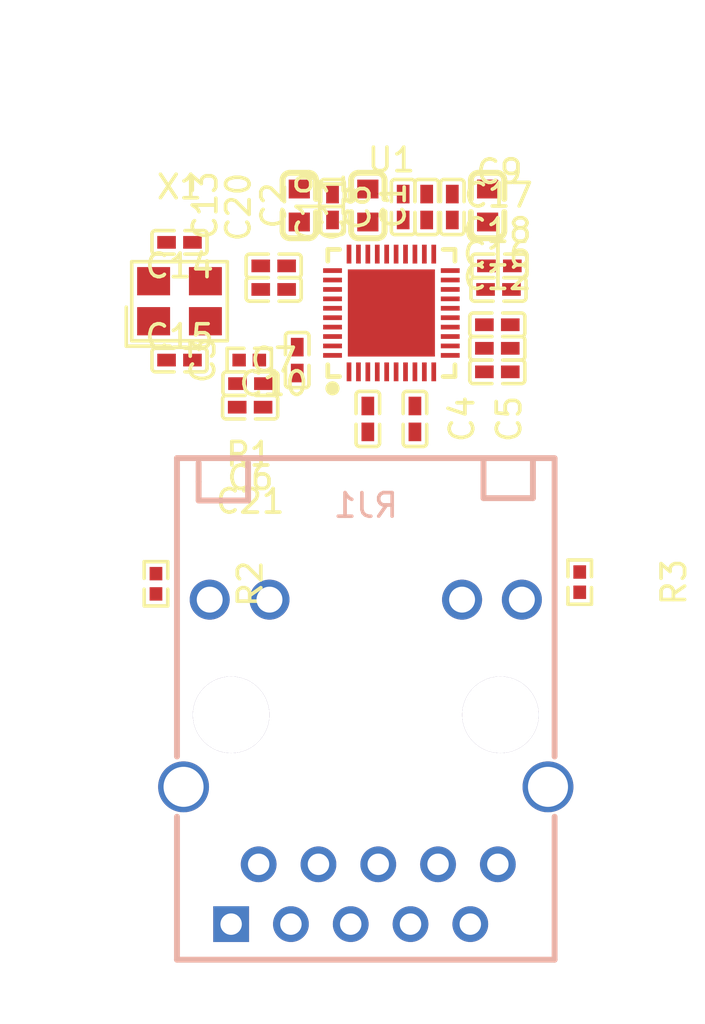
<source format=kicad_pcb>
(kicad_pcb (version 20241229) (generator "pcbnew") (generator_version "9.0")
  (layers (0 "F.Cu" signal) (2 "B.Cu" signal) (13 "F.Paste" user) (15 "B.Paste" user) (5 "F.SilkS" user "F.Silkscreen") (7 "B.SilkS" user "B.Silkscreen") (1 "F.Mask" user) (3 "B.Mask" user) (25 "Edge.Cuts" user))
  (net 0 "")
  (net 1 "SDA")
  (net 2 "U3SSTXN_N")
  (net 3 "P9")
  (net 4 "P8")
  (net 5 "U3SSRXN_N")
  (net 6 "footprint-net-0")
  (net 7 "footprint-net-2")
  (net 8 "U3SSRXP_P")
  (net 9 "footprint-net-1")
  (net 10 "SCL")
  (net 11 "EEDO_LED2_SPISDO_LANWAKEB_GPIO")
  (net 12 "MDI0pos")
  (net 13 "MDI1neg")
  (net 14 "MDI2neg")
  (net 15 "USB_D_P")
  (net 16 "USB_D_N")
  (net 17 "RSET")
  (net 18 "MDI2pos")
  (net 19 "MDI1pos")
  (net 20 "REGOUT")
  (net 21 "U3SSTXP_P")
  (net 22 "MDI0neg")
  (net 23 "MDI3pos")
  (net 24 "MDI3neg")
  (net 25 "power_5v-VCC")
  (net 26 "U2VDD10")
  (net 27 "AVDD10")
  (net 28 "GND")
  (net 29 "DVDD10")
  (net 30 "DVDD10_UPS")
  (net 31 "U3VDD10")
  (net 32 "power_3v3-VCC")
  (net 33 "CKXTAL1")
  (net 34 "CKXTAL2")
  (net 35 "EESK_LED1_SPISCK")
  (net 36 "pin14")
  (net 37 "pin12")
  (net 38 "LED0_SPICSB")
  (footprint "Samsung_Electro_Mechanics_CL05B104KO5NNNC:C0402" (layer "F.Cu") (at 108 109 90)
    (property "Reference" "C19" (at 0 -4 90) (layer "F.SilkS"))
    (property "Value" "100nF ±10% 16V X7R")
    (fp_line (start 1.02 -0.5) (end 0.23 -0.5) (stroke (width 0.15)) (layer "F.SilkS"))
    (fp_line (start -1.02 -0.5) (end -0.23 -0.5) (stroke (width 0.15)) (layer "F.SilkS"))
    (fp_line (start 1.17 0.35) (end 1.17 -0.35) (stroke (width 0.15)) (layer "F.SilkS"))
    (fp_line (start -1.17 0.35) (end -1.17 -0.35) (stroke (width 0.15)) (layer "F.SilkS"))
    (fp_line (start 0.23 0.5) (end 1.02 0.5) (stroke (width 0.15)) (layer "F.SilkS"))
    (fp_line (start -0.23 0.5) (end -1.02 0.5) (stroke (width 0.15)) (layer "F.SilkS"))
    (fp_arc (start 1.02 -0.5) (mid 1.126066 -0.456066) (end 1.17 -0.35) (stroke (width 0.15)) (layer "F.SilkS"))
    (fp_arc (start -1.17 -0.35) (mid -1.126066 -0.456066) (end -1.02 -0.5) (stroke (width 0.15)) (layer "F.SilkS"))
    (fp_arc (start 1.17 0.35) (mid 1.126066 0.456066) (end 1.02 0.5) (stroke (width 0.15)) (layer "F.SilkS"))
    (fp_arc (start -1.02 0.5) (mid -1.126066 0.456066) (end -1.17 0.35) (stroke (width 0.15)) (layer "F.SilkS"))
    (fp_text user "${REFERENCE}" (at 0 -4 90) (layer "F.SilkS"))
    (pad "1" smd rect (at -0.55 0 90) (size 0.79 0.54) (layers "F.Cu" "F.Mask" "F.Paste") (net 25 "power_5v-VCC"))
    (pad "2" smd rect (at 0.55 0 90) (size 0.79 0.54) (layers "F.Cu" "F.Mask" "F.Paste") (net 28 "GND"))
  )
  (footprint "Samsung_Electro_Mechanics_CL10B105KQ8NNNC:C0603" (layer "F.Cu") (at 103.587585 108.936107 90)
    (property "Reference" "C13" (at 0 -4 90) (layer "F.SilkS"))
    (property "Value" "1µF ±10% 6.3V X7R")
    (fp_line (start 0.28 -0.71) (end 1.08 -0.71) (stroke (width 0.25)) (layer "F.SilkS"))
    (fp_line (start -0.28 -0.71) (end -1.08 -0.71) (stroke (width 0.25)) (layer "F.SilkS"))
    (fp_line (start 1.39 -0.4) (end 1.39 0.4) (stroke (width 0.25)) (layer "F.SilkS"))
    (fp_line (start -1.39 0.4) (end -1.39 -0.4) (stroke (width 0.25)) (layer "F.SilkS"))
    (fp_line (start 0.28 0.71) (end 1.08 0.71) (stroke (width 0.25)) (layer "F.SilkS"))
    (fp_line (start -0.28 0.71) (end -1.08 0.71) (stroke (width 0.25)) (layer "F.SilkS"))
    (fp_arc (start 1.08 -0.71) (mid 1.299203 -0.619203) (end 1.39 -0.4) (stroke (width 0.25)) (layer "F.SilkS"))
    (fp_arc (start -1.39 -0.4) (mid -1.299203 -0.619203) (end -1.08 -0.71) (stroke (width 0.25)) (layer "F.SilkS"))
    (fp_arc (start 1.39 0.4) (mid 1.299203 0.619203) (end 1.08 0.71) (stroke (width 0.25)) (layer "F.SilkS"))
    (fp_arc (start -1.08 0.71) (mid -1.299203 0.619203) (end -1.39 0.4) (stroke (width 0.25)) (layer "F.SilkS"))
    (fp_text user "${REFERENCE}" (at 0 -4 90) (layer "F.SilkS"))
    (pad "1" smd rect (at -0.7 0 90) (size 0.8 0.9) (layers "F.Cu" "F.Mask" "F.Paste") (net 20 "REGOUT"))
    (pad "2" smd rect (at 0.7 0 90) (size 0.8 0.9) (layers "F.Cu" "F.Mask" "F.Paste") (net 28 "GND"))
  )
  (footprint "YAGEO_CC0402KRX7R5BB104:C0402" (layer "F.Cu") (at 108.5 118 -90)
    (property "Reference" "C5" (at 0 -4 90) (layer "F.SilkS"))
    (property "Value" "100nF ±10% 6.3V X7R")
    (fp_line (start -0.23 0.5) (end -1.02 0.5) (stroke (width 0.15)) (layer "F.SilkS"))
    (fp_line (start 0.23 0.5) (end 1.02 0.5) (stroke (width 0.15)) (layer "F.SilkS"))
    (fp_line (start -1.17 0.35) (end -1.17 -0.35) (stroke (width 0.15)) (layer "F.SilkS"))
    (fp_line (start 1.17 0.35) (end 1.17 -0.35) (stroke (width 0.15)) (layer "F.SilkS"))
    (fp_line (start -1.02 -0.5) (end -0.23 -0.5) (stroke (width 0.15)) (layer "F.SilkS"))
    (fp_line (start 1.02 -0.5) (end 0.23 -0.5) (stroke (width 0.15)) (layer "F.SilkS"))
    (fp_arc (start -1.02 0.5) (mid -1.126066 0.456066) (end -1.17 0.35) (stroke (width 0.15)) (layer "F.SilkS"))
    (fp_arc (start 1.17 0.35) (mid 1.126066 0.456066) (end 1.02 0.5) (stroke (width 0.15)) (layer "F.SilkS"))
    (fp_arc (start -1.17 -0.35) (mid -1.126066 -0.456066) (end -1.02 -0.5) (stroke (width 0.15)) (layer "F.SilkS"))
    (fp_arc (start 1.02 -0.5) (mid 1.126066 -0.456066) (end 1.17 -0.35) (stroke (width 0.15)) (layer "F.SilkS"))
    (fp_text user "${REFERENCE}" (at 0 -4 90) (layer "F.SilkS"))
    (pad "1" smd rect (at -0.55 0 270) (size 0.79 0.54) (layers "F.Cu" "F.Mask" "F.Paste") (net 27 "AVDD10"))
    (pad "2" smd rect (at 0.55 0 270) (size 0.79 0.54) (layers "F.Cu" "F.Mask" "F.Paste") (net 28 "GND"))
  )
  (footprint "YAGEO_RC0402FR_07330RL:R0402" (layer "F.Cu") (at 115.5 124.93 -90)
    (property "Reference" "R3" (at 0 -4 90) (layer "F.SilkS"))
    (property "Value" "330Ω ±1% 62.5mW")
    (fp_line (start -0.94 0.5) (end -0.94 -0.5) (stroke (width 0.15)) (layer "F.SilkS"))
    (fp_line (start -0.23 0.5) (end -0.94 0.5) (stroke (width 0.15)) (layer "F.SilkS"))
    (fp_line (start 0.23 0.5) (end 0.94 0.5) (stroke (width 0.15)) (layer "F.SilkS"))
    (fp_line (start 0.94 0.5) (end 0.94 -0.5) (stroke (width 0.15)) (layer "F.SilkS"))
    (fp_line (start -0.94 -0.5) (end -0.23 -0.5) (stroke (width 0.15)) (layer "F.SilkS"))
    (fp_line (start 0.94 -0.5) (end 0.23 -0.5) (stroke (width 0.15)) (layer "F.SilkS"))
    (fp_text user "${REFERENCE}" (at 0 -4 90) (layer "F.SilkS"))
    (pad "1" smd rect (at -0.43 0 270) (size 0.57 0.54) (layers "F.Cu" "F.Mask" "F.Paste") (net 35 "EESK_LED1_SPISCK"))
    (pad "2" smd rect (at 0.43 0 270) (size 0.57 0.54) (layers "F.Cu" "F.Mask" "F.Paste") (net 36 "pin14"))
  )
  (footprint "Samsung_Electro_Mechanics_CL05B104KO5NNNC:C0402" (layer "F.Cu") (at 101.512761 116.5 180)
    (property "Reference" "C6" (at 0 -4 0) (layer "F.SilkS"))
    (property "Value" "100nF ±10% 16V X7R")
    (fp_line (start 1.17 0.35) (end 1.17 -0.35) (stroke (width 0.15)) (layer "F.SilkS"))
    (fp_line (start 1.02 -0.5) (end 0.23 -0.5) (stroke (width 0.15)) (layer "F.SilkS"))
    (fp_line (start 0.23 0.5) (end 1.02 0.5) (stroke (width 0.15)) (layer "F.SilkS"))
    (fp_line (start -0.23 0.5) (end -1.02 0.5) (stroke (width 0.15)) (layer "F.SilkS"))
    (fp_line (start -1.02 -0.5) (end -0.23 -0.5) (stroke (width 0.15)) (layer "F.SilkS"))
    (fp_line (start -1.17 0.35) (end -1.17 -0.35) (stroke (width 0.15)) (layer "F.SilkS"))
    (fp_arc (start 1.17 0.35) (mid 1.126066 0.456066) (end 1.02 0.5) (stroke (width 0.15)) (layer "F.SilkS"))
    (fp_arc (start 1.02 -0.5) (mid 1.126066 -0.456066) (end 1.17 -0.35) (stroke (width 0.15)) (layer "F.SilkS"))
    (fp_arc (start -1.02 0.5) (mid -1.126066 0.456066) (end -1.17 0.35) (stroke (width 0.15)) (layer "F.SilkS"))
    (fp_arc (start -1.17 -0.35) (mid -1.126066 -0.456066) (end -1.02 -0.5) (stroke (width 0.15)) (layer "F.SilkS"))
    (fp_text user "${REFERENCE}" (at 0 -4 0) (layer "F.SilkS"))
    (pad "1" smd rect (at -0.55 0 180) (size 0.79 0.54) (layers "F.Cu" "F.Mask" "F.Paste") (net 32 "power_3v3-VCC"))
    (pad "2" smd rect (at 0.55 0 180) (size 0.79 0.54) (layers "F.Cu" "F.Mask" "F.Paste") (net 28 "GND"))
  )
  (footprint "Samsung_Electro_Mechanics_CL05B104KO5NNNC:C0402" (layer "F.Cu") (at 112.087585 111.5)
    (property "Reference" "C9" (at 0 -4 0) (layer "F.SilkS"))
    (property "Value" "100nF ±10% 16V X7R")
    (fp_line (start -1.17 0.35) (end -1.17 -0.35) (stroke (width 0.15)) (layer "F.SilkS"))
    (fp_line (start -1.02 -0.5) (end -0.23 -0.5) (stroke (width 0.15)) (layer "F.SilkS"))
    (fp_line (start -0.23 0.5) (end -1.02 0.5) (stroke (width 0.15)) (layer "F.SilkS"))
    (fp_line (start 0.23 0.5) (end 1.02 0.5) (stroke (width 0.15)) (layer "F.SilkS"))
    (fp_line (start 1.02 -0.5) (end 0.23 -0.5) (stroke (width 0.15)) (layer "F.SilkS"))
    (fp_line (start 1.17 0.35) (end 1.17 -0.35) (stroke (width 0.15)) (layer "F.SilkS"))
    (fp_arc (start -1.17 -0.35) (mid -1.126066 -0.456066) (end -1.02 -0.5) (stroke (width 0.15)) (layer "F.SilkS"))
    (fp_arc (start -1.02 0.5) (mid -1.126066 0.456066) (end -1.17 0.35) (stroke (width 0.15)) (layer "F.SilkS"))
    (fp_arc (start 1.02 -0.5) (mid 1.126066 -0.456066) (end 1.17 -0.35) (stroke (width 0.15)) (layer "F.SilkS"))
    (fp_arc (start 1.17 0.35) (mid 1.126066 0.456066) (end 1.02 0.5) (stroke (width 0.15)) (layer "F.SilkS"))
    (fp_text user "${REFERENCE}" (at 0 -4 0) (layer "F.SilkS"))
    (pad "1" smd rect (at -0.55 0) (size 0.79 0.54) (layers "F.Cu" "F.Mask" "F.Paste") (net 32 "power_3v3-VCC"))
    (pad "2" smd rect (at 0.55 0) (size 0.79 0.54) (layers "F.Cu" "F.Mask" "F.Paste") (net 28 "GND"))
  )
  (footprint "Samsung_Electro_Mechanics_CL05B104KO5NNNC:C0402" (layer "F.Cu") (at 112 115)
    (property "Reference" "C16" (at 0 -4 0) (layer "F.SilkS"))
    (property "Value" "100nF ±10% 16V X7R")
    (fp_line (start -1.17 0.35) (end -1.17 -0.35) (stroke (width 0.15)) (layer "F.SilkS"))
    (fp_line (start -1.02 -0.5) (end -0.23 -0.5) (stroke (width 0.15)) (layer "F.SilkS"))
    (fp_line (start -0.23 0.5) (end -1.02 0.5) (stroke (width 0.15)) (layer "F.SilkS"))
    (fp_line (start 0.23 0.5) (end 1.02 0.5) (stroke (width 0.15)) (layer "F.SilkS"))
    (fp_line (start 1.02 -0.5) (end 0.23 -0.5) (stroke (width 0.15)) (layer "F.SilkS"))
    (fp_line (start 1.17 0.35) (end 1.17 -0.35) (stroke (width 0.15)) (layer "F.SilkS"))
    (fp_arc (start -1.17 -0.35) (mid -1.126066 -0.456066) (end -1.02 -0.5) (stroke (width 0.15)) (layer "F.SilkS"))
    (fp_arc (start -1.02 0.5) (mid -1.126066 0.456066) (end -1.17 0.35) (stroke (width 0.15)) (layer "F.SilkS"))
    (fp_arc (start 1.02 -0.5) (mid 1.126066 -0.456066) (end 1.17 -0.35) (stroke (width 0.15)) (layer "F.SilkS"))
    (fp_arc (start 1.17 0.35) (mid 1.126066 0.456066) (end 1.02 0.5) (stroke (width 0.15)) (layer "F.SilkS"))
    (fp_text user "${REFERENCE}" (at 0 -4 0) (layer "F.SilkS"))
    (pad "1" smd rect (at -0.55 0) (size 0.79 0.54) (layers "F.Cu" "F.Mask" "F.Paste") (net 32 "power_3v3-VCC"))
    (pad "2" smd rect (at 0.55 0) (size 0.79 0.54) (layers "F.Cu" "F.Mask" "F.Paste") (net 28 "GND"))
  )
  (footprint "YAGEO_CC0402KRX7R5BB104:C0402" (layer "F.Cu") (at 102.5 112.5 180)
    (property "Reference" "C10" (at 0 -4 0) (layer "F.SilkS"))
    (property "Value" "100nF ±10% 6.3V X7R")
    (fp_line (start 1.17 0.35) (end 1.17 -0.35) (stroke (width 0.15)) (layer "F.SilkS"))
    (fp_line (start 1.02 -0.5) (end 0.23 -0.5) (stroke (width 0.15)) (layer "F.SilkS"))
    (fp_line (start 0.23 0.5) (end 1.02 0.5) (stroke (width 0.15)) (layer "F.SilkS"))
    (fp_line (start -0.23 0.5) (end -1.02 0.5) (stroke (width 0.15)) (layer "F.SilkS"))
    (fp_line (start -1.02 -0.5) (end -0.23 -0.5) (stroke (width 0.15)) (layer "F.SilkS"))
    (fp_line (start -1.17 0.35) (end -1.17 -0.35) (stroke (width 0.15)) (layer "F.SilkS"))
    (fp_arc (start 1.17 0.35) (mid 1.126066 0.456066) (end 1.02 0.5) (stroke (width 0.15)) (layer "F.SilkS"))
    (fp_arc (start 1.02 -0.5) (mid 1.126066 -0.456066) (end 1.17 -0.35) (stroke (width 0.15)) (layer "F.SilkS"))
    (fp_arc (start -1.02 0.5) (mid -1.126066 0.456066) (end -1.17 0.35) (stroke (width 0.15)) (layer "F.SilkS"))
    (fp_arc (start -1.17 -0.35) (mid -1.126066 -0.456066) (end -1.02 -0.5) (stroke (width 0.15)) (layer "F.SilkS"))
    (fp_text user "${REFERENCE}" (at 0 -4 0) (layer "F.SilkS"))
    (pad "1" smd rect (at -0.55 0 180) (size 0.79 0.54) (layers "F.Cu" "F.Mask" "F.Paste") (net 29 "DVDD10"))
    (pad "2" smd rect (at 0.55 0 180) (size 0.79 0.54) (layers "F.Cu" "F.Mask" "F.Paste") (net 28 "GND"))
  )
  (footprint "YAGEO_CC0402KRX7R5BB104:C0402" (layer "F.Cu") (at 112 114)
    (property "Reference" "C18" (at 0 -4 0) (layer "F.SilkS"))
    (property "Value" "100nF ±10% 6.3V X7R")
    (fp_line (start -1.17 0.35) (end -1.17 -0.35) (stroke (width 0.15)) (layer "F.SilkS"))
    (fp_line (start -1.02 -0.5) (end -0.23 -0.5) (stroke (width 0.15)) (layer "F.SilkS"))
    (fp_line (start -0.23 0.5) (end -1.02 0.5) (stroke (width 0.15)) (layer "F.SilkS"))
    (fp_line (start 0.23 0.5) (end 1.02 0.5) (stroke (width 0.15)) (layer "F.SilkS"))
    (fp_line (start 1.02 -0.5) (end 0.23 -0.5) (stroke (width 0.15)) (layer "F.SilkS"))
    (fp_line (start 1.17 0.35) (end 1.17 -0.35) (stroke (width 0.15)) (layer "F.SilkS"))
    (fp_arc (start -1.17 -0.35) (mid -1.126066 -0.456066) (end -1.02 -0.5) (stroke (width 0.15)) (layer "F.SilkS"))
    (fp_arc (start -1.02 0.5) (mid -1.126066 0.456066) (end -1.17 0.35) (stroke (width 0.15)) (layer "F.SilkS"))
    (fp_arc (start 1.02 -0.5) (mid 1.126066 -0.456066) (end 1.17 -0.35) (stroke (width 0.15)) (layer "F.SilkS"))
    (fp_arc (start 1.17 0.35) (mid 1.126066 0.456066) (end 1.02 0.5) (stroke (width 0.15)) (layer "F.SilkS"))
    (fp_text user "${REFERENCE}" (at 0 -4 0) (layer "F.SilkS"))
    (pad "1" smd rect (at -0.55 0) (size 0.79 0.54) (layers "F.Cu" "F.Mask" "F.Paste") (net 31 "U3VDD10"))
    (pad "2" smd rect (at 0.55 0) (size 0.79 0.54) (layers "F.Cu" "F.Mask" "F.Paste") (net 28 "GND"))
  )
  (footprint "YAGEO_RC0402FR_07330RL:R0402" (layer "F.Cu") (at 97.5 125 -90)
    (property "Reference" "R2" (at 0 -4 90) (layer "F.SilkS"))
    (property "Value" "330Ω ±1% 62.5mW")
    (fp_line (start -0.94 0.5) (end -0.94 -0.5) (stroke (width 0.15)) (layer "F.SilkS"))
    (fp_line (start -0.23 0.5) (end -0.94 0.5) (stroke (width 0.15)) (layer "F.SilkS"))
    (fp_line (start 0.23 0.5) (end 0.94 0.5) (stroke (width 0.15)) (layer "F.SilkS"))
    (fp_line (start 0.94 0.5) (end 0.94 -0.5) (stroke (width 0.15)) (layer "F.SilkS"))
    (fp_line (start -0.94 -0.5) (end -0.23 -0.5) (stroke (width 0.15)) (layer "F.SilkS"))
    (fp_line (start 0.94 -0.5) (end 0.23 -0.5) (stroke (width 0.15)) (layer "F.SilkS"))
    (fp_text user "${REFERENCE}" (at 0 -4 90) (layer "F.SilkS"))
    (pad "1" smd rect (at -0.43 0 270) (size 0.57 0.54) (layers "F.Cu" "F.Mask" "F.Paste") (net 38 "LED0_SPICSB"))
    (pad "2" smd rect (at 0.43 0 270) (size 0.57 0.54) (layers "F.Cu" "F.Mask" "F.Paste") (net 37 "pin12"))
  )
  (footprint "YAGEO_CC0402KRX7R5BB104:C0402" (layer "F.Cu") (at 103.5 115.5 90)
    (property "Reference" "C3" (at 0 -4 90) (layer "F.SilkS"))
    (property "Value" "100nF ±10% 6.3V X7R")
    (fp_line (start 1.02 -0.5) (end 0.23 -0.5) (stroke (width 0.15)) (layer "F.SilkS"))
    (fp_line (start -1.02 -0.5) (end -0.23 -0.5) (stroke (width 0.15)) (layer "F.SilkS"))
    (fp_line (start 1.17 0.35) (end 1.17 -0.35) (stroke (width 0.15)) (layer "F.SilkS"))
    (fp_line (start -1.17 0.35) (end -1.17 -0.35) (stroke (width 0.15)) (layer "F.SilkS"))
    (fp_line (start 0.23 0.5) (end 1.02 0.5) (stroke (width 0.15)) (layer "F.SilkS"))
    (fp_line (start -0.23 0.5) (end -1.02 0.5) (stroke (width 0.15)) (layer "F.SilkS"))
    (fp_arc (start 1.02 -0.5) (mid 1.126066 -0.456066) (end 1.17 -0.35) (stroke (width 0.15)) (layer "F.SilkS"))
    (fp_arc (start -1.17 -0.35) (mid -1.126066 -0.456066) (end -1.02 -0.5) (stroke (width 0.15)) (layer "F.SilkS"))
    (fp_arc (start 1.17 0.35) (mid 1.126066 0.456066) (end 1.02 0.5) (stroke (width 0.15)) (layer "F.SilkS"))
    (fp_arc (start -1.02 0.5) (mid -1.126066 0.456066) (end -1.17 0.35) (stroke (width 0.15)) (layer "F.SilkS"))
    (fp_text user "${REFERENCE}" (at 0 -4 90) (layer "F.SilkS"))
    (pad "1" smd rect (at -0.55 0 90) (size 0.79 0.54) (layers "F.Cu" "F.Mask" "F.Paste") (net 27 "AVDD10"))
    (pad "2" smd rect (at 0.55 0 90) (size 0.79 0.54) (layers "F.Cu" "F.Mask" "F.Paste") (net 28 "GND"))
  )
  (footprint "Realtek_Semicon_RTL8153B_VB_CG:QFN-40_L5.0-W5.0-P0.40-BL-EP3.7" (layer "F.Cu") (at 107.5 113.5)
    (property "Reference" "U1" (at 0 -6.5 0) (layer "F.SilkS"))
    (property "Value" "")
    (fp_line (start -2.7 -2.7) (end -2.7 -2.2) (stroke (width 0.2)) (layer "F.SilkS"))
    (fp_line (start -2.7 2.7) (end -2.7 2.2) (stroke (width 0.2)) (layer "F.SilkS"))
    (fp_line (start -2.2 -2.7) (end -2.7 -2.7) (stroke (width 0.2)) (layer "F.SilkS"))
    (fp_line (start -2.2 2.7) (end -2.7 2.7) (stroke (width 0.2)) (layer "F.SilkS"))
    (fp_line (start 2.7 -2.7) (end 2.2 -2.7) (stroke (width 0.2)) (layer "F.SilkS"))
    (fp_line (start 2.7 -2.2) (end 2.7 -2.7) (stroke (width 0.2)) (layer "F.SilkS"))
    (fp_line (start 2.7 2.2) (end 2.7 2.7) (stroke (width 0.2)) (layer "F.SilkS"))
    (fp_line (start 2.7 2.7) (end 2.2 2.7) (stroke (width 0.2)) (layer "F.SilkS"))
    (fp_arc (start -2.49 3.05) (mid -2.504995 3.35025) (end -2.500016 3.049667) (stroke (width 0.3)) (layer "F.SilkS"))
    (fp_text user "${REFERENCE}" (at 0 -6.5 0) (layer "F.SilkS"))
    (pad "1" smd rect (at -1.8 2.5) (size 0.2 0.8) (layers "F.Cu" "F.Mask" "F.Paste") (net 12 "MDI0pos"))
    (pad "2" smd rect (at -1.4 2.5) (size 0.2 0.8) (layers "F.Cu" "F.Mask" "F.Paste") (net 22 "MDI0neg"))
    (pad "3" smd rect (at -1 2.5) (size 0.2 0.8) (layers "F.Cu" "F.Mask" "F.Paste") (net 27 "AVDD10"))
    (pad "4" smd rect (at -0.6 2.5) (size 0.2 0.8) (layers "F.Cu" "F.Mask" "F.Paste") (net 19 "MDI1pos"))
    (pad "5" smd rect (at -0.2 2.5) (size 0.2 0.8) (layers "F.Cu" "F.Mask" "F.Paste") (net 13 "MDI1neg"))
    (pad "6" smd rect (at 0.2 2.5) (size 0.2 0.8) (layers "F.Cu" "F.Mask" "F.Paste") (net 18 "MDI2pos"))
    (pad "7" smd rect (at 0.6 2.5) (size 0.2 0.8) (layers "F.Cu" "F.Mask" "F.Paste") (net 14 "MDI2neg"))
    (pad "8" smd rect (at 1 2.5) (size 0.2 0.8) (layers "F.Cu" "F.Mask" "F.Paste") (net 27 "AVDD10"))
    (pad "9" smd rect (at 1.4 2.5) (size 0.2 0.8) (layers "F.Cu" "F.Mask" "F.Paste") (net 23 "MDI3pos"))
    (pad "10" smd rect (at 1.8 2.5) (size 0.2 0.8) (layers "F.Cu" "F.Mask" "F.Paste") (net 24 "MDI3neg"))
    (pad "11" smd rect (at 2.5 1.8) (size 0.8 0.2) (layers "F.Cu" "F.Mask" "F.Paste") (net 32 "power_3v3-VCC"))
    (pad "12" smd rect (at 2.5 1.4) (size 0.8 0.2) (layers "F.Cu" "F.Mask" "F.Paste") (net 2 "U3SSTXN_N"))
    (pad "13" smd rect (at 2.5 1) (size 0.8 0.2) (layers "F.Cu" "F.Mask" "F.Paste") (net 21 "U3SSTXP_P"))
    (pad "14" smd rect (at 2.5 0.6) (size 0.8 0.2) (layers "F.Cu" "F.Mask" "F.Paste") (net 31 "U3VDD10"))
    (pad "15" smd rect (at 2.5 0.2) (size 0.8 0.2) (layers "F.Cu" "F.Mask" "F.Paste") (net 5 "U3SSRXN_N"))
    (pad "16" smd rect (at 2.5 -0.2) (size 0.8 0.2) (layers "F.Cu" "F.Mask" "F.Paste") (net 8 "U3SSRXP_P"))
    (pad "17" smd rect (at 2.5 -0.6) (size 0.8 0.2) (layers "F.Cu" "F.Mask" "F.Paste") (net 16 "USB_D_N"))
    (pad "18" smd rect (at 2.5 -1) (size 0.8 0.2) (layers "F.Cu" "F.Mask" "F.Paste") (net 15 "USB_D_P"))
    (pad "19" smd rect (at 2.5 -1.4) (size 0.8 0.2) (layers "F.Cu" "F.Mask" "F.Paste") (net 26 "U2VDD10"))
    (pad "20" smd rect (at 2.5 -1.8) (size 0.8 0.2) (layers "F.Cu" "F.Mask" "F.Paste") (net 32 "power_3v3-VCC"))
    (pad "21" smd rect (at 1.8 -2.5) (size 0.2 0.8) (layers "F.Cu" "F.Mask" "F.Paste") (net 25 "power_5v-VCC"))
    (pad "22" smd rect (at 1.4 -2.5) (size 0.2 0.8) (layers "F.Cu" "F.Mask" "F.Paste") (net 30 "DVDD10_UPS"))
    (pad "23" smd rect (at 1 -2.5) (size 0.2 0.8) (layers "F.Cu" "F.Mask" "F.Paste") (net 32 "power_3v3-VCC"))
    (pad "24" smd rect (at 0.6 -2.5) (size 0.2 0.8) (layers "F.Cu" "F.Mask" "F.Paste") (net 11 "EEDO_LED2_SPISDO_LANWAKEB_GPIO"))
    (pad "25" smd rect (at 0.2 -2.5) (size 0.2 0.8) (layers "F.Cu" "F.Mask" "F.Paste") (net 1 "SDA"))
    (pad "26" smd rect (at -0.2 -2.5) (size 0.2 0.8) (layers "F.Cu" "F.Mask" "F.Paste") (net 32 "power_3v3-VCC"))
    (pad "27" smd rect (at -0.6 -2.5) (size 0.2 0.8) (layers "F.Cu" "F.Mask" "F.Paste") (net 25 "power_5v-VCC"))
    (pad "28" smd rect (at -1 -2.5) (size 0.2 0.8) (layers "F.Cu" "F.Mask" "F.Paste") (net 20 "REGOUT"))
    (pad "29" smd rect (at -1.4 -2.5) (size 0.2 0.8) (layers "F.Cu" "F.Mask" "F.Paste") (net 28 "GND"))
    (pad "30" smd rect (at -1.8 -2.5) (size 0.2 0.8) (layers "F.Cu" "F.Mask" "F.Paste") (net 35 "EESK_LED1_SPISCK"))
    (pad "31" smd rect (at -2.5 -1.8) (size 0.8 0.2) (layers "F.Cu" "F.Mask" "F.Paste") (net 10 "SCL"))
    (pad "32" smd rect (at -2.5 -1.4) (size 0.8 0.2) (layers "F.Cu" "F.Mask" "F.Paste") (net 38 "LED0_SPICSB"))
    (pad "33" smd rect (at -2.5 -1) (size 0.8 0.2) (layers "F.Cu" "F.Mask" "F.Paste") (net 32 "power_3v3-VCC"))
    (pad "34" smd rect (at -2.5 -0.6) (size 0.8 0.2) (layers "F.Cu" "F.Mask" "F.Paste") (net 29 "DVDD10"))
    (pad "35" smd rect (at -2.5 -0.2) (size 0.8 0.2) (layers "F.Cu" "F.Mask" "F.Paste") (net 33 "CKXTAL1"))
    (pad "36" smd rect (at -2.5 0.2) (size 0.8 0.2) (layers "F.Cu" "F.Mask" "F.Paste") (net 34 "CKXTAL2"))
    (pad "37" smd rect (at -2.5 0.6) (size 0.8 0.2) (layers "F.Cu" "F.Mask" "F.Paste") (net 27 "AVDD10"))
    (pad "38" smd rect (at -2.5 1) (size 0.8 0.2) (layers "F.Cu" "F.Mask" "F.Paste") (net 17 "RSET"))
    (pad "39" smd rect (at -2.5 1.4) (size 0.8 0.2) (layers "F.Cu" "F.Mask" "F.Paste") (net 32 "power_3v3-VCC"))
    (pad "40" smd rect (at -2.5 1.8) (size 0.8 0.2) (layers "F.Cu" "F.Mask" "F.Paste") (net 32 "power_3v3-VCC"))
    (pad "41" smd rect (at 0 0) (size 3.7 3.7) (layers "F.Cu" "F.Mask" "F.Paste") (net 28 "GND"))
  )
  (footprint "Samsung_Electro_Mechanics_CL10A106MO8NQNC:C0603" (layer "F.Cu") (at 111.587585 108.936107 90)
    (property "Reference" "C1" (at 0 -4 90) (layer "F.SilkS"))
    (property "Value" "10µF ±20% 16V X5R")
    (fp_line (start 0.28 -0.71) (end 1.08 -0.71) (stroke (width 0.25)) (layer "F.SilkS"))
    (fp_line (start -0.28 -0.71) (end -1.08 -0.71) (stroke (width 0.25)) (layer "F.SilkS"))
    (fp_line (start 1.39 -0.4) (end 1.39 0.4) (stroke (width 0.25)) (layer "F.SilkS"))
    (fp_line (start -1.39 0.4) (end -1.39 -0.4) (stroke (width 0.25)) (layer "F.SilkS"))
    (fp_line (start 0.28 0.71) (end 1.08 0.71) (stroke (width 0.25)) (layer "F.SilkS"))
    (fp_line (start -0.28 0.71) (end -1.08 0.71) (stroke (width 0.25)) (layer "F.SilkS"))
    (fp_arc (start 1.08 -0.71) (mid 1.299203 -0.619203) (end 1.39 -0.4) (stroke (width 0.25)) (layer "F.SilkS"))
    (fp_arc (start -1.39 -0.4) (mid -1.299203 -0.619203) (end -1.08 -0.71) (stroke (width 0.25)) (layer "F.SilkS"))
    (fp_arc (start 1.39 0.4) (mid 1.299203 0.619203) (end 1.08 0.71) (stroke (width 0.25)) (layer "F.SilkS"))
    (fp_arc (start -1.08 0.71) (mid -1.299203 0.619203) (end -1.39 0.4) (stroke (width 0.25)) (layer "F.SilkS"))
    (fp_text user "${REFERENCE}" (at 0 -4 90) (layer "F.SilkS"))
    (pad "1" smd rect (at -0.7 0 90) (size 0.8 0.9) (layers "F.Cu" "F.Mask" "F.Paste") (net 25 "power_5v-VCC"))
    (pad "2" smd rect (at 0.7 0 90) (size 0.8 0.9) (layers "F.Cu" "F.Mask" "F.Paste") (net 28 "GND"))
  )
  (footprint "Samsung_Electro_Mechanics_CL05B104KO5NNNC:C0402" (layer "F.Cu") (at 110.087585 109 90)
    (property "Reference" "C8" (at 0 -4 90) (layer "F.SilkS"))
    (property "Value" "100nF ±10% 16V X7R")
    (fp_line (start 1.02 -0.5) (end 0.23 -0.5) (stroke (width 0.15)) (layer "F.SilkS"))
    (fp_line (start -1.02 -0.5) (end -0.23 -0.5) (stroke (width 0.15)) (layer "F.SilkS"))
    (fp_line (start 1.17 0.35) (end 1.17 -0.35) (stroke (width 0.15)) (layer "F.SilkS"))
    (fp_line (start -1.17 0.35) (end -1.17 -0.35) (stroke (width 0.15)) (layer "F.SilkS"))
    (fp_line (start 0.23 0.5) (end 1.02 0.5) (stroke (width 0.15)) (layer "F.SilkS"))
    (fp_line (start -0.23 0.5) (end -1.02 0.5) (stroke (width 0.15)) (layer "F.SilkS"))
    (fp_arc (start 1.02 -0.5) (mid 1.126066 -0.456066) (end 1.17 -0.35) (stroke (width 0.15)) (layer "F.SilkS"))
    (fp_arc (start -1.17 -0.35) (mid -1.126066 -0.456066) (end -1.02 -0.5) (stroke (width 0.15)) (layer "F.SilkS"))
    (fp_arc (start 1.17 0.35) (mid 1.126066 0.456066) (end 1.02 0.5) (stroke (width 0.15)) (layer "F.SilkS"))
    (fp_arc (start -1.02 0.5) (mid -1.126066 0.456066) (end -1.17 0.35) (stroke (width 0.15)) (layer "F.SilkS"))
    (fp_text user "${REFERENCE}" (at 0 -4 90) (layer "F.SilkS"))
    (pad "1" smd rect (at -0.55 0 90) (size 0.79 0.54) (layers "F.Cu" "F.Mask" "F.Paste") (net 32 "power_3v3-VCC"))
    (pad "2" smd rect (at 0.55 0 90) (size 0.79 0.54) (layers "F.Cu" "F.Mask" "F.Paste") (net 28 "GND"))
  )
  (footprint "Samsung_Electro_Mechanics_CL05B104KO5NNNC:C0402" (layer "F.Cu") (at 101.5 117.5 180)
    (property "Reference" "C21" (at 0 -4 0) (layer "F.SilkS"))
    (property "Value" "100nF ±10% 16V X7R")
    (fp_line (start 1.17 0.35) (end 1.17 -0.35) (stroke (width 0.15)) (layer "F.SilkS"))
    (fp_line (start 1.02 -0.5) (end 0.23 -0.5) (stroke (width 0.15)) (layer "F.SilkS"))
    (fp_line (start 0.23 0.5) (end 1.02 0.5) (stroke (width 0.15)) (layer "F.SilkS"))
    (fp_line (start -0.23 0.5) (end -1.02 0.5) (stroke (width 0.15)) (layer "F.SilkS"))
    (fp_line (start -1.02 -0.5) (end -0.23 -0.5) (stroke (width 0.15)) (layer "F.SilkS"))
    (fp_line (start -1.17 0.35) (end -1.17 -0.35) (stroke (width 0.15)) (layer "F.SilkS"))
    (fp_arc (start 1.17 0.35) (mid 1.126066 0.456066) (end 1.02 0.5) (stroke (width 0.15)) (layer "F.SilkS"))
    (fp_arc (start 1.02 -0.5) (mid 1.126066 -0.456066) (end 1.17 -0.35) (stroke (width 0.15)) (layer "F.SilkS"))
    (fp_arc (start -1.02 0.5) (mid -1.126066 0.456066) (end -1.17 0.35) (stroke (width 0.15)) (layer "F.SilkS"))
    (fp_arc (start -1.17 -0.35) (mid -1.126066 -0.456066) (end -1.02 -0.5) (stroke (width 0.15)) (layer "F.SilkS"))
    (fp_text user "${REFERENCE}" (at 0 -4 0) (layer "F.SilkS"))
    (pad "1" smd rect (at -0.55 0 180) (size 0.79 0.54) (layers "F.Cu" "F.Mask" "F.Paste") (net 32 "power_3v3-VCC"))
    (pad "2" smd rect (at 0.55 0 180) (size 0.79 0.54) (layers "F.Cu" "F.Mask" "F.Paste") (net 28 "GND"))
  )
  (footprint "Samsung_Electro_Mechanics_CL10A106MO8NQNC:C0603" (layer "F.Cu") (at 106.5 108.936107 90)
    (property "Reference" "C2" (at 0 -4 90) (layer "F.SilkS"))
    (property "Value" "10µF ±20% 16V X5R")
    (fp_line (start 0.28 -0.71) (end 1.08 -0.71) (stroke (width 0.25)) (layer "F.SilkS"))
    (fp_line (start -0.28 -0.71) (end -1.08 -0.71) (stroke (width 0.25)) (layer "F.SilkS"))
    (fp_line (start 1.39 -0.4) (end 1.39 0.4) (stroke (width 0.25)) (layer "F.SilkS"))
    (fp_line (start -1.39 0.4) (end -1.39 -0.4) (stroke (width 0.25)) (layer "F.SilkS"))
    (fp_line (start 0.28 0.71) (end 1.08 0.71) (stroke (width 0.25)) (layer "F.SilkS"))
    (fp_line (start -0.28 0.71) (end -1.08 0.71) (stroke (width 0.25)) (layer "F.SilkS"))
    (fp_arc (start 1.08 -0.71) (mid 1.299203 -0.619203) (end 1.39 -0.4) (stroke (width 0.25)) (layer "F.SilkS"))
    (fp_arc (start -1.39 -0.4) (mid -1.299203 -0.619203) (end -1.08 -0.71) (stroke (width 0.25)) (layer "F.SilkS"))
    (fp_arc (start 1.39 0.4) (mid 1.299203 0.619203) (end 1.08 0.71) (stroke (width 0.25)) (layer "F.SilkS"))
    (fp_arc (start -1.08 0.71) (mid -1.299203 0.619203) (end -1.39 0.4) (stroke (width 0.25)) (layer "F.SilkS"))
    (fp_text user "${REFERENCE}" (at 0 -4 90) (layer "F.SilkS"))
    (pad "1" smd rect (at -0.7 0 90) (size 0.8 0.9) (layers "F.Cu" "F.Mask" "F.Paste") (net 32 "power_3v3-VCC"))
    (pad "2" smd rect (at 0.7 0 90) (size 0.8 0.9) (layers "F.Cu" "F.Mask" "F.Paste") (net 28 "GND"))
  )
  (footprint "YAGEO_CC0402KRX7R5BB104:C0402" (layer "F.Cu") (at 109 109 90)
    (property "Reference" "C11" (at 0 -4 90) (layer "F.SilkS"))
    (property "Value" "100nF ±10% 6.3V X7R")
    (fp_line (start 1.02 -0.5) (end 0.23 -0.5) (stroke (width 0.15)) (layer "F.SilkS"))
    (fp_line (start -1.02 -0.5) (end -0.23 -0.5) (stroke (width 0.15)) (layer "F.SilkS"))
    (fp_line (start 1.17 0.35) (end 1.17 -0.35) (stroke (width 0.15)) (layer "F.SilkS"))
    (fp_line (start -1.17 0.35) (end -1.17 -0.35) (stroke (width 0.15)) (layer "F.SilkS"))
    (fp_line (start 0.23 0.5) (end 1.02 0.5) (stroke (width 0.15)) (layer "F.SilkS"))
    (fp_line (start -0.23 0.5) (end -1.02 0.5) (stroke (width 0.15)) (layer "F.SilkS"))
    (fp_arc (start 1.02 -0.5) (mid 1.126066 -0.456066) (end 1.17 -0.35) (stroke (width 0.15)) (layer "F.SilkS"))
    (fp_arc (start -1.17 -0.35) (mid -1.126066 -0.456066) (end -1.02 -0.5) (stroke (width 0.15)) (layer "F.SilkS"))
    (fp_arc (start 1.17 0.35) (mid 1.126066 0.456066) (end 1.02 0.5) (stroke (width 0.15)) (layer "F.SilkS"))
    (fp_arc (start -1.02 0.5) (mid -1.126066 0.456066) (end -1.17 0.35) (stroke (width 0.15)) (layer "F.SilkS"))
    (fp_text user "${REFERENCE}" (at 0 -4 90) (layer "F.SilkS"))
    (pad "1" smd rect (at -0.55 0 90) (size 0.79 0.54) (layers "F.Cu" "F.Mask" "F.Paste") (net 30 "DVDD10_UPS"))
    (pad "2" smd rect (at 0.55 0 90) (size 0.79 0.54) (layers "F.Cu" "F.Mask" "F.Paste") (net 28 "GND"))
  )
  (footprint "Samsung_Electro_Mechanics_CL05B104KO5NNNC:C0402" (layer "F.Cu") (at 112 116)
    (property "Reference" "C12" (at 0 -4 0) (layer "F.SilkS"))
    (property "Value" "100nF ±10% 16V X7R")
    (fp_line (start -1.17 0.35) (end -1.17 -0.35) (stroke (width 0.15)) (layer "F.SilkS"))
    (fp_line (start -1.02 -0.5) (end -0.23 -0.5) (stroke (width 0.15)) (layer "F.SilkS"))
    (fp_line (start -0.23 0.5) (end -1.02 0.5) (stroke (width 0.15)) (layer "F.SilkS"))
    (fp_line (start 0.23 0.5) (end 1.02 0.5) (stroke (width 0.15)) (layer "F.SilkS"))
    (fp_line (start 1.02 -0.5) (end 0.23 -0.5) (stroke (width 0.15)) (layer "F.SilkS"))
    (fp_line (start 1.17 0.35) (end 1.17 -0.35) (stroke (width 0.15)) (layer "F.SilkS"))
    (fp_arc (start -1.17 -0.35) (mid -1.126066 -0.456066) (end -1.02 -0.5) (stroke (width 0.15)) (layer "F.SilkS"))
    (fp_arc (start -1.02 0.5) (mid -1.126066 0.456066) (end -1.17 0.35) (stroke (width 0.15)) (layer "F.SilkS"))
    (fp_arc (start 1.02 -0.5) (mid 1.126066 -0.456066) (end 1.17 -0.35) (stroke (width 0.15)) (layer "F.SilkS"))
    (fp_arc (start 1.17 0.35) (mid 1.126066 0.456066) (end 1.02 0.5) (stroke (width 0.15)) (layer "F.SilkS"))
    (fp_text user "${REFERENCE}" (at 0 -4 0) (layer "F.SilkS"))
    (pad "1" smd rect (at -0.55 0) (size 0.79 0.54) (layers "F.Cu" "F.Mask" "F.Paste") (net 32 "power_3v3-VCC"))
    (pad "2" smd rect (at 0.55 0) (size 0.79 0.54) (layers "F.Cu" "F.Mask" "F.Paste") (net 28 "GND"))
  )
  (footprint "Yangxing_Tech_X322525MOB4SI:CRYSTAL-SMD_4P-L3.2-W2.5-BL" (layer "F.Cu") (at 98.5 113)
    (property "Reference" "X1" (at 0 -4.85 0) (layer "F.SilkS"))
    (property "Value" "")
    (fp_line (start -2.26 0.25) (end -2.26 1.91) (stroke (width 0.15)) (layer "F.SilkS"))
    (fp_line (start -2.26 1.91) (end -0.4 1.91) (stroke (width 0.15)) (layer "F.SilkS"))
    (fp_line (start -2.03 -1.68) (end 2.03 -1.68) (stroke (width 0.15)) (layer "F.SilkS"))
    (fp_line (start -2.03 1.68) (end -2.03 -1.68) (stroke (width 0.15)) (layer "F.SilkS"))
    (fp_line (start 2.03 -1.68) (end 2.03 1.68) (stroke (width 0.15)) (layer "F.SilkS"))
    (fp_line (start 2.03 1.68) (end -2.03 1.68) (stroke (width 0.15)) (layer "F.SilkS"))
    (fp_text user "${REFERENCE}" (at 0 -4.85 0) (layer "F.SilkS"))
    (pad "1" smd rect (at -1.1 0.85) (size 1.4 1.2) (layers "F.Cu" "F.Mask" "F.Paste") (net 33 "CKXTAL1"))
    (pad "2" smd rect (at 1.1 0.85) (size 1.4 1.2) (layers "F.Cu" "F.Mask" "F.Paste") (net 28 "GND"))
    (pad "3" smd rect (at 1.1 -0.85) (size 1.4 1.2) (layers "F.Cu" "F.Mask" "F.Paste") (net 34 "CKXTAL2"))
    (pad "4" smd rect (at -1.1 -0.85) (size 1.4 1.2) (layers "F.Cu" "F.Mask" "F.Paste") (net 28 "GND"))
  )
  (footprint "YAGEO_CC0402KRX7R5BB104:C0402" (layer "F.Cu") (at 106.5 118 -90)
    (property "Reference" "C4" (at 0 -4 90) (layer "F.SilkS"))
    (property "Value" "100nF ±10% 6.3V X7R")
    (fp_line (start -0.23 0.5) (end -1.02 0.5) (stroke (width 0.15)) (layer "F.SilkS"))
    (fp_line (start 0.23 0.5) (end 1.02 0.5) (stroke (width 0.15)) (layer "F.SilkS"))
    (fp_line (start -1.17 0.35) (end -1.17 -0.35) (stroke (width 0.15)) (layer "F.SilkS"))
    (fp_line (start 1.17 0.35) (end 1.17 -0.35) (stroke (width 0.15)) (layer "F.SilkS"))
    (fp_line (start -1.02 -0.5) (end -0.23 -0.5) (stroke (width 0.15)) (layer "F.SilkS"))
    (fp_line (start 1.02 -0.5) (end 0.23 -0.5) (stroke (width 0.15)) (layer "F.SilkS"))
    (fp_arc (start -1.02 0.5) (mid -1.126066 0.456066) (end -1.17 0.35) (stroke (width 0.15)) (layer "F.SilkS"))
    (fp_arc (start 1.17 0.35) (mid 1.126066 0.456066) (end 1.02 0.5) (stroke (width 0.15)) (layer "F.SilkS"))
    (fp_arc (start -1.17 -0.35) (mid -1.126066 -0.456066) (end -1.02 -0.5) (stroke (width 0.15)) (layer "F.SilkS"))
    (fp_arc (start 1.02 -0.5) (mid 1.126066 -0.456066) (end 1.17 -0.35) (stroke (width 0.15)) (layer "F.SilkS"))
    (fp_text user "${REFERENCE}" (at 0 -4 90) (layer "F.SilkS"))
    (pad "1" smd rect (at -0.55 0 270) (size 0.79 0.54) (layers "F.Cu" "F.Mask" "F.Paste") (net 27 "AVDD10"))
    (pad "2" smd rect (at 0.55 0 270) (size 0.79 0.54) (layers "F.Cu" "F.Mask" "F.Paste") (net 28 "GND"))
  )
  (footprint "Samsung_Electro_Mechanics_CL05B104KO5NNNC:C0402" (layer "F.Cu") (at 105 109 90)
    (property "Reference" "C20" (at 0 -4 90) (layer "F.SilkS"))
    (property "Value" "100nF ±10% 16V X7R")
    (fp_line (start 1.02 -0.5) (end 0.23 -0.5) (stroke (width 0.15)) (layer "F.SilkS"))
    (fp_line (start -1.02 -0.5) (end -0.23 -0.5) (stroke (width 0.15)) (layer "F.SilkS"))
    (fp_line (start 1.17 0.35) (end 1.17 -0.35) (stroke (width 0.15)) (layer "F.SilkS"))
    (fp_line (start -1.17 0.35) (end -1.17 -0.35) (stroke (width 0.15)) (layer "F.SilkS"))
    (fp_line (start 0.23 0.5) (end 1.02 0.5) (stroke (width 0.15)) (layer "F.SilkS"))
    (fp_line (start -0.23 0.5) (end -1.02 0.5) (stroke (width 0.15)) (layer "F.SilkS"))
    (fp_arc (start 1.02 -0.5) (mid 1.126066 -0.456066) (end 1.17 -0.35) (stroke (width 0.15)) (layer "F.SilkS"))
    (fp_arc (start -1.17 -0.35) (mid -1.126066 -0.456066) (end -1.02 -0.5) (stroke (width 0.15)) (layer "F.SilkS"))
    (fp_arc (start 1.17 0.35) (mid 1.126066 0.456066) (end 1.02 0.5) (stroke (width 0.15)) (layer "F.SilkS"))
    (fp_arc (start -1.02 0.5) (mid -1.126066 0.456066) (end -1.17 0.35) (stroke (width 0.15)) (layer "F.SilkS"))
    (fp_text user "${REFERENCE}" (at 0 -4 90) (layer "F.SilkS"))
    (pad "1" smd rect (at -0.55 0 90) (size 0.79 0.54) (layers "F.Cu" "F.Mask" "F.Paste") (net 25 "power_5v-VCC"))
    (pad "2" smd rect (at 0.55 0 90) (size 0.79 0.54) (layers "F.Cu" "F.Mask" "F.Paste") (net 28 "GND"))
  )
  (footprint "UNI_ROYAL_0402WGF1002TCE:R0402" (layer "F.Cu") (at 101.462761 115.5 180)
    (property "Reference" "R1" (at 0 -4 0) (layer "F.SilkS"))
    (property "Value" "10kΩ ±1% 62.5mW")
    (fp_line (start 0.94 0.5) (end 0.94 -0.5) (stroke (width 0.15)) (layer "F.SilkS"))
    (fp_line (start 0.94 -0.5) (end 0.23 -0.5) (stroke (width 0.15)) (layer "F.SilkS"))
    (fp_line (start 0.23 0.5) (end 0.94 0.5) (stroke (width 0.15)) (layer "F.SilkS"))
    (fp_line (start -0.23 0.5) (end -0.94 0.5) (stroke (width 0.15)) (layer "F.SilkS"))
    (fp_line (start -0.94 0.5) (end -0.94 -0.5) (stroke (width 0.15)) (layer "F.SilkS"))
    (fp_line (start -0.94 -0.5) (end -0.23 -0.5) (stroke (width 0.15)) (layer "F.SilkS"))
    (fp_text user "${REFERENCE}" (at 0 -4 0) (layer "F.SilkS"))
    (pad "1" smd rect (at -0.43 0 180) (size 0.57 0.54) (layers "F.Cu" "F.Mask" "F.Paste") (net 17 "RSET"))
    (pad "2" smd rect (at 0.43 0 180) (size 0.57 0.54) (layers "F.Cu" "F.Mask" "F.Paste") (net 28 "GND"))
  )
  (footprint "YAGEO_CC0402KRX7R5BB104:C0402" (layer "F.Cu") (at 112.05 112.5)
    (property "Reference" "C17" (at 0 -4 0) (layer "F.SilkS"))
    (property "Value" "100nF ±10% 6.3V X7R")
    (fp_line (start -1.17 0.35) (end -1.17 -0.35) (stroke (width 0.15)) (layer "F.SilkS"))
    (fp_line (start -1.02 -0.5) (end -0.23 -0.5) (stroke (width 0.15)) (layer "F.SilkS"))
    (fp_line (start -0.23 0.5) (end -1.02 0.5) (stroke (width 0.15)) (layer "F.SilkS"))
    (fp_line (start 0.23 0.5) (end 1.02 0.5) (stroke (width 0.15)) (layer "F.SilkS"))
    (fp_line (start 1.02 -0.5) (end 0.23 -0.5) (stroke (width 0.15)) (layer "F.SilkS"))
    (fp_line (start 1.17 0.35) (end 1.17 -0.35) (stroke (width 0.15)) (layer "F.SilkS"))
    (fp_arc (start -1.17 -0.35) (mid -1.126066 -0.456066) (end -1.02 -0.5) (stroke (width 0.15)) (layer "F.SilkS"))
    (fp_arc (start -1.02 0.5) (mid -1.126066 0.456066) (end -1.17 0.35) (stroke (width 0.15)) (layer "F.SilkS"))
    (fp_arc (start 1.02 -0.5) (mid 1.126066 -0.456066) (end 1.17 -0.35) (stroke (width 0.15)) (layer "F.SilkS"))
    (fp_arc (start 1.17 0.35) (mid 1.126066 0.456066) (end 1.02 0.5) (stroke (width 0.15)) (layer "F.SilkS"))
    (fp_text user "${REFERENCE}" (at 0 -4 0) (layer "F.SilkS"))
    (pad "1" smd rect (at -0.55 0) (size 0.79 0.54) (layers "F.Cu" "F.Mask" "F.Paste") (net 26 "U2VDD10"))
    (pad "2" smd rect (at 0.55 0) (size 0.79 0.54) (layers "F.Cu" "F.Mask" "F.Paste") (net 28 "GND"))
  )
  (footprint "YAGEO_CC0402JRNPO9BN180:C0402" (layer "F.Cu") (at 98.5 110.5 180)
    (property "Reference" "C15" (at 0 -4 0) (layer "F.SilkS"))
    (property "Value" "18pF ±5% 50V C0G")
    (fp_line (start 1.17 0.35) (end 1.17 -0.35) (stroke (width 0.15)) (layer "F.SilkS"))
    (fp_line (start 1.02 -0.5) (end 0.23 -0.5) (stroke (width 0.15)) (layer "F.SilkS"))
    (fp_line (start 0.23 0.5) (end 1.02 0.5) (stroke (width 0.15)) (layer "F.SilkS"))
    (fp_line (start -0.23 0.5) (end -1.02 0.5) (stroke (width 0.15)) (layer "F.SilkS"))
    (fp_line (start -1.02 -0.5) (end -0.23 -0.5) (stroke (width 0.15)) (layer "F.SilkS"))
    (fp_line (start -1.17 0.35) (end -1.17 -0.35) (stroke (width 0.15)) (layer "F.SilkS"))
    (fp_arc (start 1.17 0.35) (mid 1.126066 0.456066) (end 1.02 0.5) (stroke (width 0.15)) (layer "F.SilkS"))
    (fp_arc (start 1.02 -0.5) (mid 1.126066 -0.456066) (end 1.17 -0.35) (stroke (width 0.15)) (layer "F.SilkS"))
    (fp_arc (start -1.02 0.5) (mid -1.126066 0.456066) (end -1.17 0.35) (stroke (width 0.15)) (layer "F.SilkS"))
    (fp_arc (start -1.17 -0.35) (mid -1.126066 -0.456066) (end -1.02 -0.5) (stroke (width 0.15)) (layer "F.SilkS"))
    (fp_text user "${REFERENCE}" (at 0 -4 0) (layer "F.SilkS"))
    (pad "1" smd rect (at -0.55 0 180) (size 0.79 0.54) (layers "F.Cu" "F.Mask" "F.Paste") (net 34 "CKXTAL2"))
    (pad "2" smd rect (at 0.55 0 180) (size 0.79 0.54) (layers "F.Cu" "F.Mask" "F.Paste") (net 28 "GND"))
  )
  (footprint "Samsung_Electro_Mechanics_CL05B104KO5NNNC:C0402" (layer "F.Cu") (at 102.5 111.5 180)
    (property "Reference" "C7" (at 0 -4 0) (layer "F.SilkS"))
    (property "Value" "100nF ±10% 16V X7R")
    (fp_line (start 1.17 0.35) (end 1.17 -0.35) (stroke (width 0.15)) (layer "F.SilkS"))
    (fp_line (start 1.02 -0.5) (end 0.23 -0.5) (stroke (width 0.15)) (layer "F.SilkS"))
    (fp_line (start 0.23 0.5) (end 1.02 0.5) (stroke (width 0.15)) (layer "F.SilkS"))
    (fp_line (start -0.23 0.5) (end -1.02 0.5) (stroke (width 0.15)) (layer "F.SilkS"))
    (fp_line (start -1.02 -0.5) (end -0.23 -0.5) (stroke (width 0.15)) (layer "F.SilkS"))
    (fp_line (start -1.17 0.35) (end -1.17 -0.35) (stroke (width 0.15)) (layer "F.SilkS"))
    (fp_arc (start 1.17 0.35) (mid 1.126066 0.456066) (end 1.02 0.5) (stroke (width 0.15)) (layer "F.SilkS"))
    (fp_arc (start 1.02 -0.5) (mid 1.126066 -0.456066) (end 1.17 -0.35) (stroke (width 0.15)) (layer "F.SilkS"))
    (fp_arc (start -1.02 0.5) (mid -1.126066 0.456066) (end -1.17 0.35) (stroke (width 0.15)) (layer "F.SilkS"))
    (fp_arc (start -1.17 -0.35) (mid -1.126066 -0.456066) (end -1.02 -0.5) (stroke (width 0.15)) (layer "F.SilkS"))
    (fp_text user "${REFERENCE}" (at 0 -4 0) (layer "F.SilkS"))
    (pad "1" smd rect (at -0.55 0 180) (size 0.79 0.54) (layers "F.Cu" "F.Mask" "F.Paste") (net 32 "power_3v3-VCC"))
    (pad "2" smd rect (at 0.55 0 180) (size 0.79 0.54) (layers "F.Cu" "F.Mask" "F.Paste") (net 28 "GND"))
  )
  (footprint "YAGEO_CC0402JRNPO9BN180:C0402" (layer "F.Cu") (at 98.5 115.5)
    (property "Reference" "C14" (at 0 -4 0) (layer "F.SilkS"))
    (property "Value" "18pF ±5% 50V C0G")
    (fp_line (start -1.17 0.35) (end -1.17 -0.35) (stroke (width 0.15)) (layer "F.SilkS"))
    (fp_line (start -1.02 -0.5) (end -0.23 -0.5) (stroke (width 0.15)) (layer "F.SilkS"))
    (fp_line (start -0.23 0.5) (end -1.02 0.5) (stroke (width 0.15)) (layer "F.SilkS"))
    (fp_line (start 0.23 0.5) (end 1.02 0.5) (stroke (width 0.15)) (layer "F.SilkS"))
    (fp_line (start 1.02 -0.5) (end 0.23 -0.5) (stroke (width 0.15)) (layer "F.SilkS"))
    (fp_line (start 1.17 0.35) (end 1.17 -0.35) (stroke (width 0.15)) (layer "F.SilkS"))
    (fp_arc (start -1.17 -0.35) (mid -1.126066 -0.456066) (end -1.02 -0.5) (stroke (width 0.15)) (layer "F.SilkS"))
    (fp_arc (start -1.02 0.5) (mid -1.126066 0.456066) (end -1.17 0.35) (stroke (width 0.15)) (layer "F.SilkS"))
    (fp_arc (start 1.02 -0.5) (mid 1.126066 -0.456066) (end 1.17 -0.35) (stroke (width 0.15)) (layer "F.SilkS"))
    (fp_arc (start 1.17 0.35) (mid 1.126066 0.456066) (end 1.02 0.5) (stroke (width 0.15)) (layer "F.SilkS"))
    (fp_text user "${REFERENCE}" (at 0 -4 0) (layer "F.SilkS"))
    (pad "1" smd rect (at -0.55 0) (size 0.79 0.54) (layers "F.Cu" "F.Mask" "F.Paste") (net 33 "CKXTAL1"))
    (pad "2" smd rect (at 0.55 0) (size 0.79 0.54) (layers "F.Cu" "F.Mask" "F.Paste") (net 28 "GND"))
  )
  (footprint "HANRUN_HR911130A:RJ45-TH_HR911130A" (layer "B.Cu") (at 106.412415 132.563893 180)
    (property "Reference" "RJ1" (at 0 10.89 0) (layer "B.SilkS") (effects (justify mirror)))
    (property "Value" "")
    (fp_line (start 8.02 12.9) (end 8.02 0.23) (stroke (width 0.25)) (layer "B.SilkS"))
    (fp_line (start 8.02 -2.33) (end 8.02 -8.4) (stroke (width 0.25)) (layer "B.SilkS"))
    (fp_line (start 8.02 -8.4) (end -8.02 -8.4) (stroke (width 0.25)) (layer "B.SilkS"))
    (fp_line (start 7.1 11.9) (end 7.1 12.7) (stroke (width 0.25)) (layer "B.SilkS"))
    (fp_line (start 7.1 11.1) (end 7.1 11.9) (stroke (width 0.25)) (layer "B.SilkS"))
    (fp_line (start 5 12.7) (end 5 11.1) (stroke (width 0.25)) (layer "B.SilkS"))
    (fp_line (start 5 11.1) (end 7.1 11.1) (stroke (width 0.25)) (layer "B.SilkS"))
    (fp_line (start -5 12) (end -5 12.8) (stroke (width 0.25)) (layer "B.SilkS"))
    (fp_line (start -5 11.2) (end -5 12) (stroke (width 0.25)) (layer "B.SilkS"))
    (fp_line (start -7.1 12.8) (end -7.1 11.2) (stroke (width 0.25)) (layer "B.SilkS"))
    (fp_line (start -7.1 11.2) (end -5 11.2) (stroke (width 0.25)) (layer "B.SilkS"))
    (fp_line (start -8.02 12.9) (end 8.02 12.9) (stroke (width 0.25)) (layer "B.SilkS"))
    (fp_line (start -8.02 0.23) (end -8.02 12.88) (stroke (width 0.25)) (layer "B.SilkS"))
    (fp_line (start -8.02 -8.4) (end -8.02 -2.33) (stroke (width 0.25)) (layer "B.SilkS"))
    (fp_text user "${REFERENCE}" (at 0 10.89 0) (layer "B.SilkS") (effects (justify mirror)))
    (pad "" thru_hole circle (at -5.72 2 180) (size 3.25 3.25) (drill 3.25) (layers "*.Cu" "*.Mask") (net 6 "footprint-net-0"))
    (pad "" thru_hole circle (at 5.72 2 180) (size 3.25 3.25) (drill 3.25) (layers "*.Cu" "*.Mask") (net 6 "footprint-net-0"))
    (pad "11" thru_hole circle (at 6.63 6.89) (size 1.7 1.7) (drill 1.100023) (layers "*.Cu" "*.Mask") (net 28 "GND"))
    (pad "12" thru_hole circle (at 4.09 6.89) (size 1.7 1.7) (drill 1.100023) (layers "*.Cu" "*.Mask") (net 37 "pin12"))
    (pad "13" thru_hole circle (at -4.09 6.89) (size 1.7 1.7) (drill 1.100023) (layers "*.Cu" "*.Mask") (net 28 "GND"))
    (pad "14" thru_hole circle (at -6.63 6.89) (size 1.7 1.7) (drill 1.100023) (layers "*.Cu" "*.Mask") (net 36 "pin14"))
    (pad "P1" thru_hole rect (at 5.72 -6.89) (size 1.52 1.52) (drill 0.90998) (layers "*.Cu" "*.Mask") (net 12 "MDI0pos"))
    (pad "P2" thru_hole circle (at 4.55 -4.35) (size 1.52 1.52) (drill 0.90998) (layers "*.Cu" "*.Mask") (net 22 "MDI0neg"))
    (pad "P3" thru_hole circle (at 3.18 -6.89) (size 1.52 1.52) (drill 0.90998) (layers "*.Cu" "*.Mask") (net 19 "MDI1pos"))
    (pad "P4" thru_hole circle (at 2.01 -4.35) (size 1.52 1.52) (drill 0.90998) (layers "*.Cu" "*.Mask") (net 18 "MDI2pos"))
    (pad "P5" thru_hole circle (at 0.64 -6.89) (size 1.52 1.52) (drill 0.90998) (layers "*.Cu" "*.Mask") (net 14 "MDI2neg"))
    (pad "P6" thru_hole circle (at -0.53 -4.35) (size 1.52 1.52) (drill 0.90998) (layers "*.Cu" "*.Mask") (net 13 "MDI1neg"))
    (pad "P7" thru_hole circle (at -1.9 -6.89) (size 1.52 1.52) (drill 0.90998) (layers "*.Cu" "*.Mask") (net 23 "MDI3pos"))
    (pad "P8" thru_hole circle (at -3.07 -4.35) (size 1.52 1.52) (drill 0.90998) (layers "*.Cu" "*.Mask") (net 4 "P8"))
    (pad "P9" thru_hole circle (at -4.44 -6.89) (size 1.52 1.52) (drill 0.90998) (layers "*.Cu" "*.Mask") (net 3 "P9"))
    (pad "P10" thru_hole circle (at -5.61 -4.35) (size 1.52 1.52) (drill 0.90998) (layers "*.Cu" "*.Mask") (net 24 "MDI3neg"))
    (pad "SHIELD0" thru_hole circle (at -7.74 -1.06) (size 2.16 2.16) (drill 1.700022) (layers "*.Cu" "*.Mask") (net 9 "footprint-net-1"))
    (pad "SHIELD1" thru_hole circle (at 7.74 -1.06) (size 2.16 2.16) (drill 1.700022) (layers "*.Cu" "*.Mask") (net 7 "footprint-net-2"))
  )
)
</source>
